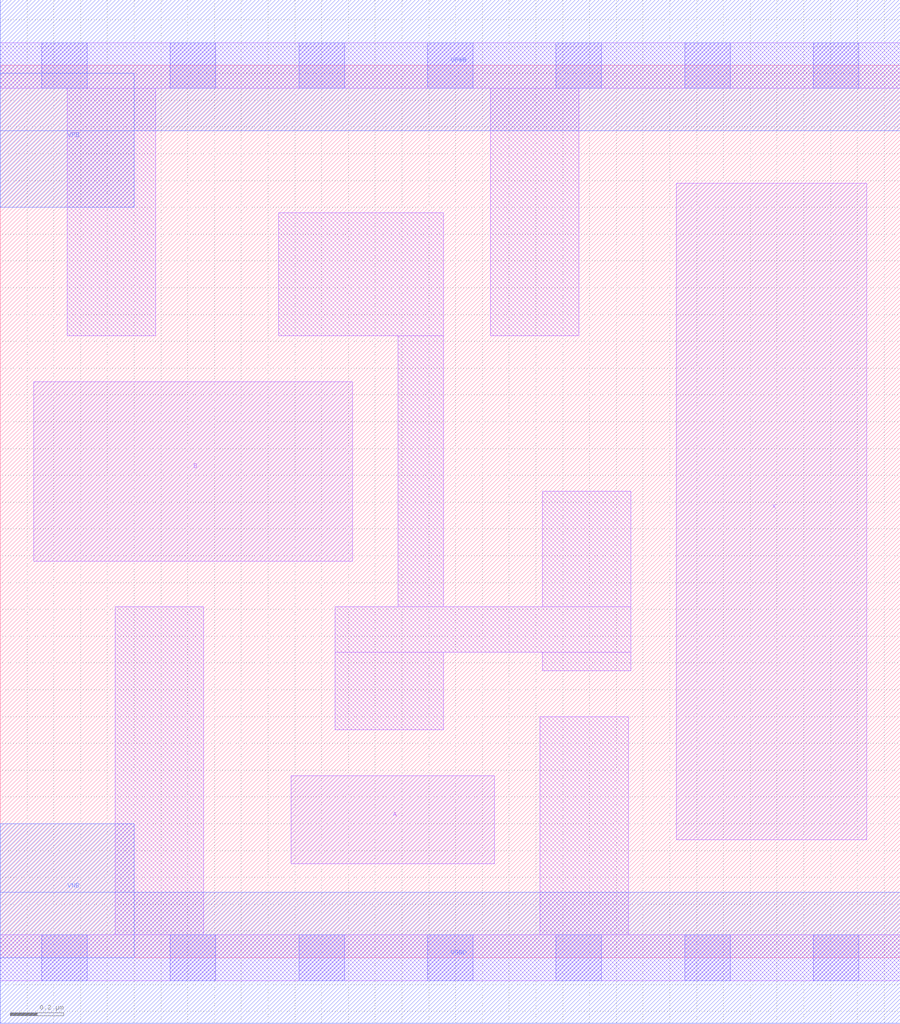
<source format=lef>
# Copyright 2020 The SkyWater PDK Authors
#
# Licensed under the Apache License, Version 2.0 (the "License");
# you may not use this file except in compliance with the License.
# You may obtain a copy of the License at
#
#     https://www.apache.org/licenses/LICENSE-2.0
#
# Unless required by applicable law or agreed to in writing, software
# distributed under the License is distributed on an "AS IS" BASIS,
# WITHOUT WARRANTIES OR CONDITIONS OF ANY KIND, either express or implied.
# See the License for the specific language governing permissions and
# limitations under the License.
#
# SPDX-License-Identifier: Apache-2.0

VERSION 5.5 ;
NAMESCASESENSITIVE ON ;
BUSBITCHARS "[]" ;
DIVIDERCHAR "/" ;
MACRO sky130_fd_sc_lp__and2_lp
  CLASS CORE ;
  SOURCE USER ;
  ORIGIN  0.000000  0.000000 ;
  SIZE  3.360000 BY  3.330000 ;
  SYMMETRY X Y R90 ;
  SITE unit ;
  PIN A
    ANTENNAGATEAREA  0.189000 ;
    DIRECTION INPUT ;
    USE SIGNAL ;
    PORT
      LAYER li1 ;
        RECT 1.085000 0.350000 1.845000 0.680000 ;
    END
  END A
  PIN B
    ANTENNAGATEAREA  0.189000 ;
    DIRECTION INPUT ;
    USE SIGNAL ;
    PORT
      LAYER li1 ;
        RECT 0.125000 1.480000 1.315000 2.150000 ;
    END
  END B
  PIN X
    ANTENNADIFFAREA  0.239400 ;
    DIRECTION OUTPUT ;
    USE SIGNAL ;
    PORT
      LAYER li1 ;
        RECT 2.525000 0.440000 3.235000 2.890000 ;
    END
  END X
  PIN VGND
    DIRECTION INOUT ;
    USE GROUND ;
    PORT
      LAYER met1 ;
        RECT 0.000000 -0.245000 3.360000 0.245000 ;
    END
  END VGND
  PIN VNB
    DIRECTION INOUT ;
    USE GROUND ;
    PORT
    END
  END VNB
  PIN VPB
    DIRECTION INOUT ;
    USE POWER ;
    PORT
    END
  END VPB
  PIN VNB
    DIRECTION INOUT ;
    USE GROUND ;
    PORT
      LAYER met1 ;
        RECT 0.000000 0.000000 0.500000 0.500000 ;
    END
  END VNB
  PIN VPB
    DIRECTION INOUT ;
    USE POWER ;
    PORT
      LAYER met1 ;
        RECT 0.000000 2.800000 0.500000 3.300000 ;
    END
  END VPB
  PIN VPWR
    DIRECTION INOUT ;
    USE POWER ;
    PORT
      LAYER met1 ;
        RECT 0.000000 3.085000 3.360000 3.575000 ;
    END
  END VPWR
  OBS
    LAYER li1 ;
      RECT 0.000000 -0.085000 3.360000 0.085000 ;
      RECT 0.000000  3.245000 3.360000 3.415000 ;
      RECT 0.250000  2.320000 0.580000 3.245000 ;
      RECT 0.430000  0.085000 0.760000 1.310000 ;
      RECT 1.040000  2.320000 1.655000 2.780000 ;
      RECT 1.250000  0.850000 1.655000 1.140000 ;
      RECT 1.250000  1.140000 2.355000 1.310000 ;
      RECT 1.485000  1.310000 1.655000 2.320000 ;
      RECT 1.830000  2.320000 2.160000 3.245000 ;
      RECT 2.015000  0.085000 2.345000 0.900000 ;
      RECT 2.025000  1.070000 2.355000 1.140000 ;
      RECT 2.025000  1.310000 2.355000 1.740000 ;
    LAYER mcon ;
      RECT 0.155000 -0.085000 0.325000 0.085000 ;
      RECT 0.155000  3.245000 0.325000 3.415000 ;
      RECT 0.635000 -0.085000 0.805000 0.085000 ;
      RECT 0.635000  3.245000 0.805000 3.415000 ;
      RECT 1.115000 -0.085000 1.285000 0.085000 ;
      RECT 1.115000  3.245000 1.285000 3.415000 ;
      RECT 1.595000 -0.085000 1.765000 0.085000 ;
      RECT 1.595000  3.245000 1.765000 3.415000 ;
      RECT 2.075000 -0.085000 2.245000 0.085000 ;
      RECT 2.075000  3.245000 2.245000 3.415000 ;
      RECT 2.555000 -0.085000 2.725000 0.085000 ;
      RECT 2.555000  3.245000 2.725000 3.415000 ;
      RECT 3.035000 -0.085000 3.205000 0.085000 ;
      RECT 3.035000  3.245000 3.205000 3.415000 ;
  END
END sky130_fd_sc_lp__and2_lp
END LIBRARY

</source>
